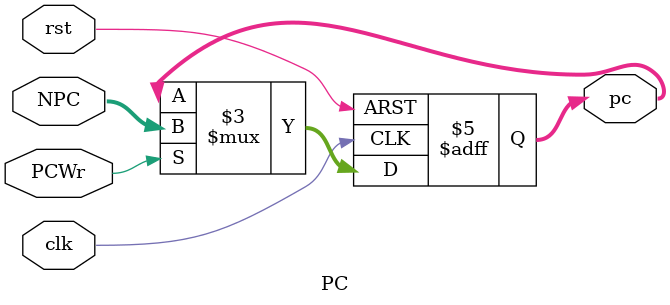
<source format=v>
module PC( clk, rst, PCWr, NPC, pc );
           
   input         clk;
   input         rst;
   input         PCWr;
   input  [31:0] NPC;
   output [31:0] pc;
   
   reg [31:0] pc;
               
   always @(posedge clk or negedge rst) begin
      if ( rst==0 ) 
         pc<= 32'h0000_3000;   //???32'0000_3000
      else if ( PCWr ) 
         pc <= NPC;
   end // end always
           
endmodule

</source>
